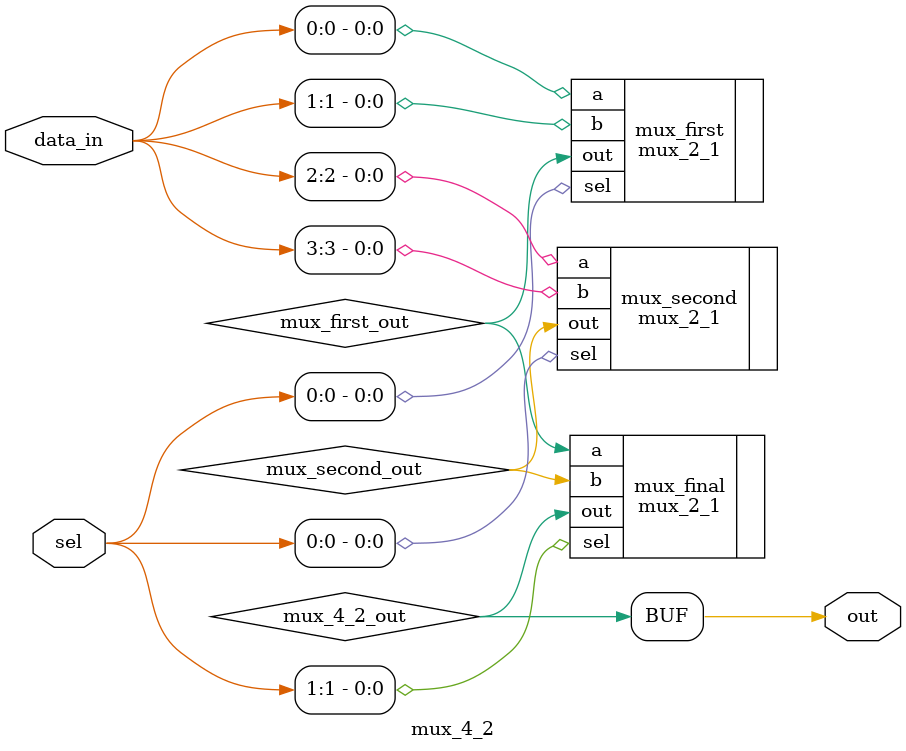
<source format=v>
`timescale 1ns/1ps
`include "mux_2_1.v"

module mux_4_2 (data_in, sel, out);

    input [3:0] data_in;
    input [1:0] sel;
    output out;

    wire mux_first_out, mux_second_out, mux_4_2_out; // Define missing wires

    mux_2_1 mux_first (.a(data_in[0]), .b(data_in[1]), .sel(sel[0]), .out(mux_first_out));
    mux_2_1 mux_second (.a(data_in[2]), .b(data_in[3]), .sel(sel[0]), .out(mux_second_out));
    mux_2_1 mux_final (.a(mux_first_out), .b(mux_second_out), .sel(sel[1]), .out(mux_4_2_out));

    assign out = mux_4_2_out; // Connect the output of the final mux to out

endmodule

</source>
